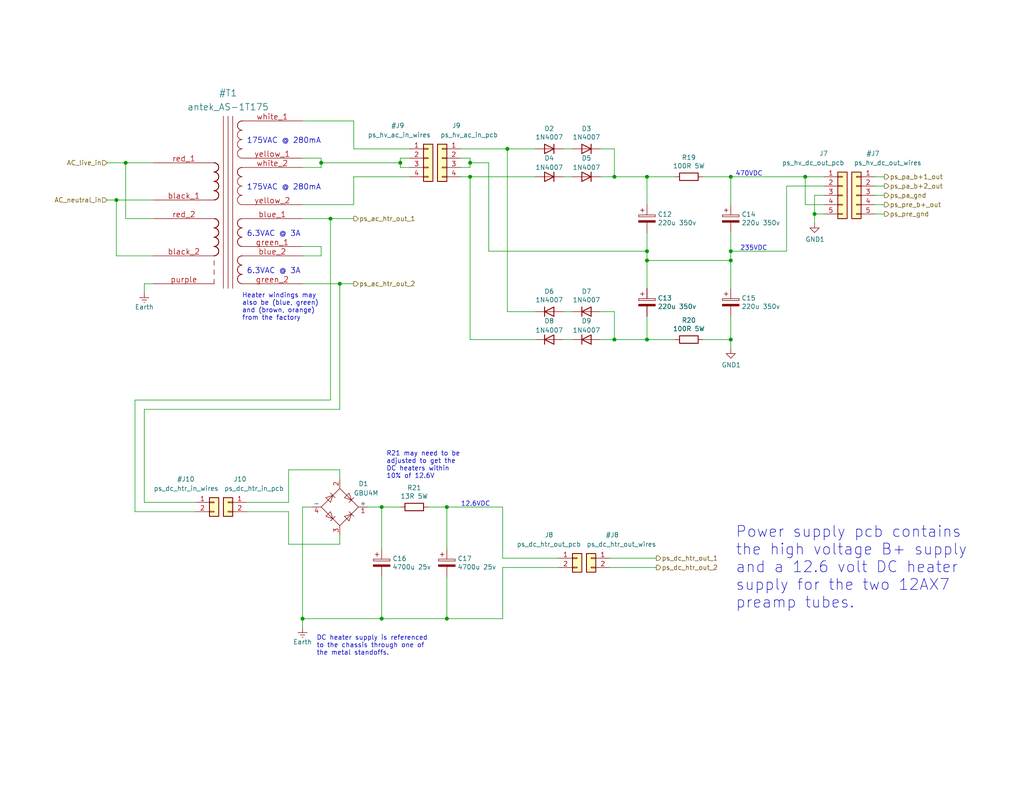
<source format=kicad_sch>
(kicad_sch (version 20211123) (generator eeschema)
  (paper "USLetter")
  (title_block (title "It is the Champion") (date "2022-07-16") (rev "0.1") (comment 1 "creativecommons.org/licenses/by/4.0/") (comment 2 "License: CC by 4.0") (comment 3 "Author: Jordan Aceto"))
  (lib_symbols
    (symbol "Connector_Generic:Conn_01x02" (pin_names (offset 1.016) hide)
      (property "Reference" "J" (at 0 2.54 0))
      (property "Value" "Conn_01x02" (at 0 -5.08 0))
      (symbol "Conn_01x02_1_1"
        (rectangle (start -1.27 -2.413) (end 0 -2.667) (stroke (width 0.1524)))
        (rectangle (start -1.27 0.127) (end 0 -0.127) (stroke (width 0.1524)))
        (rectangle (start -1.27 1.27) (end 1.27 -3.81) (stroke (width 0.254)) (fill (type background)))
        (pin passive line (at -5.08 0 0) (length 3.81) (name "Pin_1") (number "1"))
        (pin passive line (at -5.08 -2.54 0) (length 3.81) (name "Pin_2") (number "2"))
      )
    )
    (symbol "Connector_Generic:Conn_01x04" (pin_names (offset 1.016) hide)
      (property "Reference" "J" (at 0 5.08 0))
      (property "Value" "Conn_01x04" (at 0 -7.62 0))
      (symbol "Conn_01x04_1_1"
        (rectangle (start -1.27 -4.953) (end 0 -5.207) (stroke (width 0.1524)))
        (rectangle (start -1.27 -2.413) (end 0 -2.667) (stroke (width 0.1524)))
        (rectangle (start -1.27 0.127) (end 0 -0.127) (stroke (width 0.1524)))
        (rectangle (start -1.27 2.667) (end 0 2.413) (stroke (width 0.1524)))
        (rectangle (start -1.27 3.81) (end 1.27 -6.35) (stroke (width 0.254)) (fill (type background)))
        (pin passive line (at -5.08 2.54 0) (length 3.81) (name "Pin_1") (number "1"))
        (pin passive line (at -5.08 0 0) (length 3.81) (name "Pin_2") (number "2"))
        (pin passive line (at -5.08 -2.54 0) (length 3.81) (name "Pin_3") (number "3"))
        (pin passive line (at -5.08 -5.08 0) (length 3.81) (name "Pin_4") (number "4"))
      )
    )
    (symbol "Connector_Generic:Conn_01x05" (pin_names (offset 1.016) hide)
      (property "Reference" "J" (at 0 7.62 0))
      (property "Value" "Conn_01x05" (at 0 -7.62 0))
      (symbol "Conn_01x05_1_1"
        (rectangle (start -1.27 -4.953) (end 0 -5.207) (stroke (width 0.1524)))
        (rectangle (start -1.27 -2.413) (end 0 -2.667) (stroke (width 0.1524)))
        (rectangle (start -1.27 0.127) (end 0 -0.127) (stroke (width 0.1524)))
        (rectangle (start -1.27 2.667) (end 0 2.413) (stroke (width 0.1524)))
        (rectangle (start -1.27 5.207) (end 0 4.953) (stroke (width 0.1524)))
        (rectangle (start -1.27 6.35) (end 1.27 -6.35) (stroke (width 0.254)) (fill (type background)))
        (pin passive line (at -5.08 5.08 0) (length 3.81) (name "Pin_1") (number "1"))
        (pin passive line (at -5.08 2.54 0) (length 3.81) (name "Pin_2") (number "2"))
        (pin passive line (at -5.08 0 0) (length 3.81) (name "Pin_3") (number "3"))
        (pin passive line (at -5.08 -2.54 0) (length 3.81) (name "Pin_4") (number "4"))
        (pin passive line (at -5.08 -5.08 0) (length 3.81) (name "Pin_5") (number "5"))
      )
    )
    (symbol "Device:C_Polarized" (pin_numbers hide) (pin_names (offset 0.254))
      (property "Reference" "C" (at 0.635 2.54 0))
      (property "Value" "C_Polarized" (at 0.635 -2.54 0))
      (symbol "C_Polarized_0_1"
        (rectangle (start -2.286 0.508) (end 2.286 1.016))
        (polyline (pts (xy -1.778 2.286) (xy -0.762 2.286)))
        (polyline (pts (xy -1.27 2.794) (xy -1.27 1.778)))
        (rectangle (start 2.286 -0.508) (end -2.286 -1.016) (fill (type outline)))
      )
      (symbol "C_Polarized_1_1"
        (pin passive line (at 0 3.81 270) (length 2.794) (name "~") (number "1"))
        (pin passive line (at 0 -3.81 90) (length 2.794) (name "~") (number "2"))
      )
    )
    (symbol "Device:R" (pin_numbers hide) (pin_names (offset 0))
      (property "Reference" "R" (at 2.032 0 90))
      (property "Value" "R" (at 0 0 90))
      (symbol "R_0_1"
        (rectangle (start -1.016 -2.54) (end 1.016 2.54) (stroke (width 0.254)))
      )
      (symbol "R_1_1"
        (pin passive line (at 0 3.81 270) (length 1.27) (name "~") (number "1"))
        (pin passive line (at 0 -3.81 90) (length 1.27) (name "~") (number "2"))
      )
    )
    (symbol "Diode:1N4007" (pin_numbers hide) (pin_names (offset 1.016) hide)
      (property "Reference" "D" (at 0 2.54 0))
      (property "Value" "1N4007" (at 0 -2.54 0))
      (symbol "1N4007_0_1"
        (polyline (pts (xy -1.27 1.27) (xy -1.27 -1.27)) (stroke (width 0.254)))
        (polyline (pts (xy 1.27 0) (xy -1.27 0)))
        (polyline (pts (xy 1.27 1.27) (xy 1.27 -1.27) (xy -1.27 0) (xy 1.27 1.27)) (stroke (width 0.254)))
      )
      (symbol "1N4007_1_1"
        (pin passive line (at -3.81 0 0) (length 2.54) (name "K") (number "1"))
        (pin passive line (at 3.81 0 180) (length 2.54) (name "A") (number "2"))
      )
    )
    (symbol "Diode_Bridge:GBU4M" (pin_names (offset 0))
      (property "Reference" "D" (at 2.54 6.985 0))
      (property "Value" "GBU4M" (at 2.54 5.08 0))
      (symbol "GBU4M_0_1"
        (polyline (pts (xy -2.54 3.81) (xy -1.27 2.54)))
        (polyline (pts (xy -1.27 -2.54) (xy -2.54 -3.81)))
        (polyline (pts (xy 2.54 -1.27) (xy 3.81 -2.54)))
        (polyline (pts (xy 2.54 1.27) (xy 3.81 2.54)))
        (polyline (pts (xy -3.81 2.54) (xy -2.54 1.27) (xy -1.905 3.175) (xy -3.81 2.54)))
        (polyline (pts (xy -2.54 -1.27) (xy -3.81 -2.54) (xy -1.905 -3.175) (xy -2.54 -1.27)))
        (polyline (pts (xy 1.27 2.54) (xy 2.54 3.81) (xy 3.175 1.905) (xy 1.27 2.54)))
        (polyline (pts (xy 3.175 -1.905) (xy 1.27 -2.54) (xy 2.54 -3.81) (xy 3.175 -1.905)))
        (polyline (pts (xy -5.08 0) (xy 0 -5.08) (xy 5.08 0) (xy 0 5.08) (xy -5.08 0)))
      )
      (symbol "GBU4M_1_1"
        (pin passive line (at 7.62 0 180) (length 2.54) (name "+") (number "1"))
        (pin passive line (at 0 -7.62 90) (length 2.54) (name "~") (number "2"))
        (pin passive line (at 0 7.62 270) (length 2.54) (name "~") (number "3"))
        (pin passive line (at -7.62 0 0) (length 2.54) (name "-") (number "4"))
      )
    )
    (symbol "custom_symbols:antek_AS-1Txxx" (pin_names (offset 1.016) hide)
      (property "Reference" "T" (at 0 36.83 0))
      (property "Value" "antek_AS-1Txxx" (at 0 33.02 0))
      (symbol "antek_AS-1Txxx_0_1"
        (arc (start -3.81 6.3754) (mid -2.9261 6.7437) (end -2.54 7.62))
        (arc (start -3.81 6.3754) (mid -2.9261 6.7437) (end -2.54 7.62))
        (arc (start -3.81 6.3754) (mid -2.9261 6.7437) (end -2.54 7.62))
        (arc (start -3.81 6.3754) (mid -2.9261 6.7437) (end -2.54 7.62))
        (arc (start -3.81 6.3754) (mid -2.9261 6.7437) (end -2.54 7.62))
        (arc (start -3.81 6.3754) (mid -2.9261 6.7437) (end -2.54 7.62))
        (arc (start -3.81 6.3754) (mid -2.9261 6.7437) (end -2.54 7.62))
        (arc (start -3.81 6.3754) (mid -2.9261 6.7437) (end -2.54 7.62))
        (arc (start -3.81 8.9154) (mid -2.9261 9.2837) (end -2.54 10.16))
        (arc (start -3.81 8.9154) (mid -2.9261 9.2837) (end -2.54 10.16))
        (arc (start -3.81 8.9154) (mid -2.9261 9.2837) (end -2.54 10.16))
        (arc (start -3.81 8.9154) (mid -2.9261 9.2837) (end -2.54 10.16))
        (arc (start -3.81 8.9154) (mid -2.9261 9.2837) (end -2.54 10.16))
        (arc (start -3.81 8.9154) (mid -2.9261 9.2837) (end -2.54 10.16))
        (arc (start -3.81 8.9154) (mid -2.9261 9.2837) (end -2.54 10.16))
        (arc (start -3.81 8.9154) (mid -2.9261 9.2837) (end -2.54 10.16))
        (arc (start -3.81 11.4554) (mid -2.9261 11.8237) (end -2.54 12.7))
        (arc (start -3.81 11.4554) (mid -2.9261 11.8237) (end -2.54 12.7))
        (arc (start -3.81 11.4554) (mid -2.9261 11.8237) (end -2.54 12.7))
        (arc (start -3.81 11.4554) (mid -2.9261 11.8237) (end -2.54 12.7))
        (arc (start -3.81 11.4554) (mid -2.9261 11.8237) (end -2.54 12.7))
        (arc (start -3.81 11.4554) (mid -2.9261 11.8237) (end -2.54 12.7))
        (arc (start -3.81 11.4554) (mid -2.9261 11.8237) (end -2.54 12.7))
        (arc (start -3.81 11.4554) (mid -2.9261 11.8237) (end -2.54 12.7))
        (arc (start -3.81 13.9954) (mid -2.9261 14.3637) (end -2.54 15.24))
        (arc (start -3.81 13.9954) (mid -2.9261 14.3637) (end -2.54 15.24))
        (arc (start -3.81 13.9954) (mid -2.9261 14.3637) (end -2.54 15.24))
        (arc (start -3.81 13.9954) (mid -2.9261 14.3637) (end -2.54 15.24))
        (arc (start -3.81 13.9954) (mid -2.9261 14.3637) (end -2.54 15.24))
        (arc (start -3.81 13.9954) (mid -2.9261 14.3637) (end -2.54 15.24))
        (arc (start -3.81 13.9954) (mid -2.9261 14.3637) (end -2.54 15.24))
        (arc (start -3.81 13.9954) (mid -2.9261 14.3637) (end -2.54 15.24))
        (arc (start -2.54 7.62) (mid -2.912 8.518) (end -3.81 8.89))
        (arc (start -2.54 7.62) (mid -2.912 8.518) (end -3.81 8.89))
        (arc (start -2.54 7.62) (mid -2.912 8.518) (end -3.81 8.89))
        (arc (start -2.54 7.62) (mid -2.912 8.518) (end -3.81 8.89))
        (arc (start -2.54 7.62) (mid -2.912 8.518) (end -3.81 8.89))
        (arc (start -2.54 7.62) (mid -2.912 8.518) (end -3.81 8.89))
        (arc (start -2.54 7.62) (mid -2.912 8.518) (end -3.81 8.89))
        (arc (start -2.54 7.62) (mid -2.912 8.518) (end -3.81 8.89))
        (arc (start -2.54 10.16) (mid -2.912 11.058) (end -3.81 11.43))
        (arc (start -2.54 10.16) (mid -2.912 11.058) (end -3.81 11.43))
        (arc (start -2.54 10.16) (mid -2.912 11.058) (end -3.81 11.43))
        (arc (start -2.54 10.16) (mid -2.912 11.058) (end -3.81 11.43))
        (arc (start -2.54 10.16) (mid -2.912 11.058) (end -3.81 11.43))
        (arc (start -2.54 10.16) (mid -2.912 11.058) (end -3.81 11.43))
        (arc (start -2.54 10.16) (mid -2.912 11.058) (end -3.81 11.43))
        (arc (start -2.54 10.16) (mid -2.912 11.058) (end -3.81 11.43))
        (arc (start -2.54 12.7) (mid -2.912 13.598) (end -3.81 13.97))
        (arc (start -2.54 12.7) (mid -2.912 13.598) (end -3.81 13.97))
        (arc (start -2.54 12.7) (mid -2.912 13.598) (end -3.81 13.97))
        (arc (start -2.54 12.7) (mid -2.912 13.598) (end -3.81 13.97))
        (arc (start -2.54 12.7) (mid -2.912 13.598) (end -3.81 13.97))
        (arc (start -2.54 12.7) (mid -2.912 13.598) (end -3.81 13.97))
        (arc (start -2.54 12.7) (mid -2.912 13.598) (end -3.81 13.97))
        (arc (start -2.54 12.7) (mid -2.912 13.598) (end -3.81 13.97))
        (arc (start -2.54 15.24) (mid -2.912 16.138) (end -3.81 16.51))
        (arc (start -2.54 15.24) (mid -2.912 16.138) (end -3.81 16.51))
        (arc (start -2.54 15.24) (mid -2.912 16.138) (end -3.81 16.51))
        (arc (start -2.54 15.24) (mid -2.912 16.138) (end -3.81 16.51))
        (arc (start -2.54 15.24) (mid -2.912 16.138) (end -3.81 16.51))
        (arc (start -2.54 15.24) (mid -2.912 16.138) (end -3.81 16.51))
        (arc (start -2.54 15.24) (mid -2.912 16.138) (end -3.81 16.51))
        (arc (start -2.54 15.24) (mid -2.912 16.138) (end -3.81 16.51))
        (polyline (pts (xy -3.81 -16.51) (xy -3.81 -15.24)))
        (polyline (pts (xy -3.81 -13.97) (xy -3.81 -12.7)))
        (polyline (pts (xy -3.81 -11.43) (xy -3.81 -10.16)))
        (polyline (pts (xy 1.27 -17.78) (xy 1.27 29.21)))
        (arc (start 2.5654 -15.24) (mid 2.9299 -16.1201) (end 3.81 -16.4846))
        (arc (start 2.5654 -15.24) (mid 2.9299 -16.1201) (end 3.81 -16.4846))
        (arc (start 2.5654 -12.7) (mid 2.9299 -13.5801) (end 3.81 -13.9446))
        (arc (start 2.5654 -12.7) (mid 2.9299 -13.5801) (end 3.81 -13.9446))
        (arc (start 2.5654 -10.16) (mid 2.9299 -11.0401) (end 3.81 -11.4046))
        (arc (start 2.5654 -10.16) (mid 2.9299 -11.0401) (end 3.81 -11.4046))
        (arc (start 2.5654 13.97) (mid 2.9299 13.0899) (end 3.81 12.7254))
        (arc (start 2.5654 13.97) (mid 2.9299 13.0899) (end 3.81 12.7254))
        (arc (start 3.81 -13.97) (mid 2.9156 -14.3383) (end 2.5654 -15.24))
        (arc (start 3.81 -13.97) (mid 2.9156 -14.3383) (end 2.5654 -15.24))
        (arc (start 3.81 -11.43) (mid 2.9156 -11.7983) (end 2.5654 -12.7))
        (arc (start 3.81 -11.43) (mid 2.9156 -11.7983) (end 2.5654 -12.7))
        (arc (start 3.81 -8.89) (mid 2.9156 -9.2583) (end 2.5654 -10.16))
        (arc (start 3.81 -8.89) (mid 2.9156 -9.2583) (end 2.5654 -10.16))
        (arc (start 3.81 7.62) (mid 2.54 6.35) (end 3.81 5.08))
        (arc (start 3.81 10.16) (mid 2.54 8.89) (end 3.81 7.62))
        (arc (start 3.81 12.7) (mid 2.54 11.43) (end 3.81 10.16))
        (arc (start 3.81 15.24) (mid 2.9156 14.8717) (end 2.5654 13.97))
        (arc (start 3.81 15.24) (mid 2.9156 14.8717) (end 2.5654 13.97))
      )
      (symbol "antek_AS-1Txxx_1_1"
        (arc (start -3.81 -8.8646) (mid -2.9261 -8.4963) (end -2.54 -7.62))
        (arc (start -3.81 -8.8646) (mid -2.9261 -8.4963) (end -2.54 -7.62))
        (arc (start -3.81 -8.8646) (mid -2.9261 -8.4963) (end -2.54 -7.62))
        (arc (start -3.81 -8.8646) (mid -2.9261 -8.4963) (end -2.54 -7.62))
        (arc (start -3.81 -8.8646) (mid -2.9261 -8.4963) (end -2.54 -7.62))
        (arc (start -3.81 -8.8646) (mid -2.9261 -8.4963) (end -2.54 -7.62))
        (arc (start -3.81 -8.8646) (mid -2.9261 -8.4963) (end -2.54 -7.62))
        (arc (start -3.81 -8.8646) (mid -2.9261 -8.4963) (end -2.54 -7.62))
        (arc (start -3.81 -6.3246) (mid -2.9261 -5.9563) (end -2.54 -5.08))
        (arc (start -3.81 -6.3246) (mid -2.9261 -5.9563) (end -2.54 -5.08))
        (arc (start -3.81 -6.3246) (mid -2.9261 -5.9563) (end -2.54 -5.08))
        (arc (start -3.81 -6.3246) (mid -2.9261 -5.9563) (end -2.54 -5.08))
        (arc (start -3.81 -6.3246) (mid -2.9261 -5.9563) (end -2.54 -5.08))
        (arc (start -3.81 -6.3246) (mid -2.9261 -5.9563) (end -2.54 -5.08))
        (arc (start -3.81 -6.3246) (mid -2.9261 -5.9563) (end -2.54 -5.08))
        (arc (start -3.81 -6.3246) (mid -2.9261 -5.9563) (end -2.54 -5.08))
        (arc (start -3.81 -3.7846) (mid -2.9261 -3.4163) (end -2.54 -2.54))
        (arc (start -3.81 -3.7846) (mid -2.9261 -3.4163) (end -2.54 -2.54))
        (arc (start -3.81 -3.7846) (mid -2.9261 -3.4163) (end -2.54 -2.54))
        (arc (start -3.81 -3.7846) (mid -2.9261 -3.4163) (end -2.54 -2.54))
        (arc (start -3.81 -3.7846) (mid -2.9261 -3.4163) (end -2.54 -2.54))
        (arc (start -3.81 -3.7846) (mid -2.9261 -3.4163) (end -2.54 -2.54))
        (arc (start -3.81 -3.7846) (mid -2.9261 -3.4163) (end -2.54 -2.54))
        (arc (start -3.81 -3.7846) (mid -2.9261 -3.4163) (end -2.54 -2.54))
        (arc (start -3.81 -1.2446) (mid -2.9261 -0.8763) (end -2.54 0))
        (arc (start -3.81 -1.2446) (mid -2.9261 -0.8763) (end -2.54 0))
        (arc (start -3.81 -1.2446) (mid -2.9261 -0.8763) (end -2.54 0))
        (arc (start -3.81 -1.2446) (mid -2.9261 -0.8763) (end -2.54 0))
        (arc (start -3.81 -1.2446) (mid -2.9261 -0.8763) (end -2.54 0))
        (arc (start -3.81 -1.2446) (mid -2.9261 -0.8763) (end -2.54 0))
        (arc (start -3.81 -1.2446) (mid -2.9261 -0.8763) (end -2.54 0))
        (arc (start -3.81 -1.2446) (mid -2.9261 -0.8763) (end -2.54 0))
        (arc (start -2.54 -7.62) (mid -2.912 -6.722) (end -3.81 -6.35))
        (arc (start -2.54 -7.62) (mid -2.912 -6.722) (end -3.81 -6.35))
        (arc (start -2.54 -7.62) (mid -2.912 -6.722) (end -3.81 -6.35))
        (arc (start -2.54 -7.62) (mid -2.912 -6.722) (end -3.81 -6.35))
        (arc (start -2.54 -7.62) (mid -2.912 -6.722) (end -3.81 -6.35))
        (arc (start -2.54 -7.62) (mid -2.912 -6.722) (end -3.81 -6.35))
        (arc (start -2.54 -7.62) (mid -2.912 -6.722) (end -3.81 -6.35))
        (arc (start -2.54 -7.62) (mid -2.912 -6.722) (end -3.81 -6.35))
        (arc (start -2.54 -5.08) (mid -2.912 -4.182) (end -3.81 -3.81))
        (arc (start -2.54 -5.08) (mid -2.912 -4.182) (end -3.81 -3.81))
        (arc (start -2.54 -5.08) (mid -2.912 -4.182) (end -3.81 -3.81))
        (arc (start -2.54 -5.08) (mid -2.912 -4.182) (end -3.81 -3.81))
        (arc (start -2.54 -5.08) (mid -2.912 -4.182) (end -3.81 -3.81))
        (arc (start -2.54 -5.08) (mid -2.912 -4.182) (end -3.81 -3.81))
        (arc (start -2.54 -5.08) (mid -2.912 -4.182) (end -3.81 -3.81))
        (arc (start -2.54 -5.08) (mid -2.912 -4.182) (end -3.81 -3.81))
        (arc (start -2.54 -2.54) (mid -2.912 -1.642) (end -3.81 -1.27))
        (arc (start -2.54 -2.54) (mid -2.912 -1.642) (end -3.81 -1.27))
        (arc (start -2.54 -2.54) (mid -2.912 -1.642) (end -3.81 -1.27))
        (arc (start -2.54 -2.54) (mid -2.912 -1.642) (end -3.81 -1.27))
        (arc (start -2.54 -2.54) (mid -2.912 -1.642) (end -3.81 -1.27))
        (arc (start -2.54 -2.54) (mid -2.912 -1.642) (end -3.81 -1.27))
        (arc (start -2.54 -2.54) (mid -2.912 -1.642) (end -3.81 -1.27))
        (arc (start -2.54 -2.54) (mid -2.912 -1.642) (end -3.81 -1.27))
        (arc (start -2.54 0) (mid -2.912 0.898) (end -3.81 1.27))
        (arc (start -2.54 0) (mid -2.912 0.898) (end -3.81 1.27))
        (arc (start -2.54 0) (mid -2.912 0.898) (end -3.81 1.27))
        (arc (start -2.54 0) (mid -2.912 0.898) (end -3.81 1.27))
        (arc (start -2.54 0) (mid -2.912 0.898) (end -3.81 1.27))
        (arc (start -2.54 0) (mid -2.912 0.898) (end -3.81 1.27))
        (arc (start -2.54 0) (mid -2.912 0.898) (end -3.81 1.27))
        (arc (start -2.54 0) (mid -2.912 0.898) (end -3.81 1.27))
        (polyline (pts (xy -1.27 -17.78) (xy -1.27 29.21)))
        (polyline (pts (xy 0 -17.78) (xy 0 29.21)))
        (arc (start 2.5654 -5.08) (mid 2.9299 -5.9601) (end 3.81 -6.3246))
        (arc (start 2.5654 -5.08) (mid 2.9299 -5.9601) (end 3.81 -6.3246))
        (arc (start 2.5654 -2.54) (mid 2.9299 -3.4201) (end 3.81 -3.7846))
        (arc (start 2.5654 -2.54) (mid 2.9299 -3.4201) (end 3.81 -3.7846))
        (arc (start 2.5654 0) (mid 2.9299 -0.8801) (end 3.81 -1.2446))
        (arc (start 2.5654 0) (mid 2.9299 -0.8801) (end 3.81 -1.2446))
        (arc (start 2.5654 26.67) (mid 2.9299 25.7899) (end 3.81 25.4254))
        (arc (start 2.5654 26.67) (mid 2.9299 25.7899) (end 3.81 25.4254))
        (arc (start 3.81 -3.81) (mid 2.9156 -4.1783) (end 2.5654 -5.08))
        (arc (start 3.81 -3.81) (mid 2.9156 -4.1783) (end 2.5654 -5.08))
        (arc (start 3.81 -1.27) (mid 2.9156 -1.6383) (end 2.5654 -2.54))
        (arc (start 3.81 -1.27) (mid 2.9156 -1.6383) (end 2.5654 -2.54))
        (arc (start 3.81 1.27) (mid 2.9156 0.9017) (end 2.5654 0))
        (arc (start 3.81 1.27) (mid 2.9156 0.9017) (end 2.5654 0))
        (arc (start 3.81 20.32) (mid 2.54 19.05) (end 3.81 17.78))
        (arc (start 3.81 22.86) (mid 2.54 21.59) (end 3.81 20.32))
        (arc (start 3.81 25.4) (mid 2.54 24.13) (end 3.81 22.86))
        (arc (start 3.81 27.94) (mid 2.9156 27.5717) (end 2.5654 26.67))
        (arc (start 3.81 27.94) (mid 2.9156 27.5717) (end 2.5654 26.67))
        (pin passive line (at -20.32 6.35 0) (length 16.51) (name "~") (number "black_1"))
        (pin passive line (at -20.32 -8.89 0) (length 16.51) (name "~") (number "black_2"))
        (pin passive line (at 20.32 1.27 180) (length 16.51) (name "~") (number "blue_1"))
        (pin passive line (at 20.32 -8.89 180) (length 16.51) (name "~") (number "blue_2"))
        (pin passive line (at 20.32 -6.35 180) (length 16.51) (name "~") (number "green_1"))
        (pin passive line (at 20.32 -16.51 180) (length 16.51) (name "~") (number "green_2"))
        (pin passive line (at -20.32 -16.51 0) (length 16.51) (name "~") (number "purple"))
        (pin passive line (at -20.32 16.51 0) (length 16.51) (name "~") (number "red_1"))
        (pin passive line (at -20.32 1.27 0) (length 16.51) (name "~") (number "red_2"))
        (pin passive line (at 20.32 27.94 180) (length 16.51) (name "~") (number "white_1"))
        (pin passive line (at 20.32 15.24 180) (length 16.51) (name "~") (number "white_2"))
        (pin passive line (at 20.32 17.78 180) (length 16.51) (name "~") (number "yellow_1"))
        (pin passive line (at 20.32 5.08 180) (length 16.51) (name "~") (number "yellow_2"))
      )
    )
    (symbol "power:Earth" (power) (pin_names (offset 0))
      (symbol "Earth_0_1"
        (polyline (pts (xy -0.635 -1.905) (xy 0.635 -1.905)))
        (polyline (pts (xy -0.127 -2.54) (xy 0.127 -2.54)))
        (polyline (pts (xy 0 -1.27) (xy 0 0)))
        (polyline (pts (xy 1.27 -1.27) (xy -1.27 -1.27)))
      )
      (symbol "Earth_1_1"
        (pin power_in line (at 0 0 270) (length 0) hide (name "Earth") (number "1"))
      )
    )
    (symbol "power:GND1" (power) (pin_names (offset 0))
      (property "Value" "GND1" (at 0 -3.81 0))
      (symbol "GND1_0_1"
        (polyline (pts (xy 0 0) (xy 0 -1.27) (xy 1.27 -1.27) (xy 0 -2.54) (xy -1.27 -1.27) (xy 0 -1.27)))
      )
      (symbol "GND1_1_1"
        (pin power_in line (at 0 0 270) (length 0) hide (name "GND1") (number "1"))
      )
    )
  )
  (junction (at 128.27 44.45))
  (junction (at 167.64 92.71))
  (junction (at 138.43 40.64))
  (junction (at 199.39 71.12))
  (junction (at 176.53 71.12))
  (junction (at 31.75 54.61))
  (junction (at 121.92 168.91))
  (junction (at 176.53 68.58))
  (junction (at 128.27 48.26))
  (junction (at 199.39 48.26))
  (junction (at 82.55 168.91))
  (junction (at 222.25 58.42))
  (junction (at 104.14 168.91))
  (junction (at 87.63 44.45))
  (junction (at 109.22 44.45))
  (junction (at 176.53 48.26))
  (junction (at 199.39 68.58))
  (junction (at 176.53 92.71))
  (junction (at 199.39 92.71))
  (junction (at 219.71 48.26))
  (junction (at 167.64 48.26))
  (junction (at 90.17 59.69))
  (junction (at 92.71 77.47))
  (junction (at 34.29 44.45))
  (junction (at 104.14 138.43))
  (junction (at 121.92 138.43))
  (wire (pts (xy 128.27 45.72) (xy 125.73 45.72)))
  (wire (pts (xy 41.91 69.85) (xy 31.75 69.85)))
  (wire (pts (xy 109.22 43.18) (xy 109.22 44.45)))
  (wire (pts (xy 214.63 50.8) (xy 214.63 68.58)))
  (wire (pts (xy 121.92 138.43) (xy 116.84 138.43)))
  (wire (pts (xy 176.53 92.71) (xy 167.64 92.71)))
  (wire (pts (xy 104.14 168.91) (xy 104.14 157.48)))
  (wire (pts (xy 138.43 40.64) (xy 138.43 85.09)))
  (wire (pts (xy 241.3 48.26) (xy 238.76 48.26)))
  (wire (pts (xy 199.39 55.88) (xy 199.39 48.26)))
  (wire (pts (xy 82.55 168.91) (xy 82.55 171.45)))
  (wire (pts (xy 104.14 149.86) (xy 104.14 138.43)))
  (wire (pts (xy 176.53 55.88) (xy 176.53 48.26)))
  (wire (pts (xy 222.25 58.42) (xy 222.25 60.96)))
  (wire (pts (xy 191.77 92.71) (xy 199.39 92.71)))
  (wire (pts (xy 121.92 168.91) (xy 137.16 168.91)))
  (wire (pts (xy 238.76 55.88) (xy 241.3 55.88)))
  (wire (pts (xy 128.27 43.18) (xy 125.73 43.18)))
  (wire (pts (xy 199.39 71.12) (xy 199.39 68.58)))
  (wire (pts (xy 167.64 85.09) (xy 163.83 85.09)))
  (wire (pts (xy 219.71 48.26) (xy 219.71 55.88)))
  (wire (pts (xy 92.71 146.05) (xy 92.71 148.59)))
  (wire (pts (xy 176.53 71.12) (xy 176.53 78.74)))
  (wire (pts (xy 133.35 68.58) (xy 133.35 44.45)))
  (wire (pts (xy 82.55 67.31) (xy 87.63 67.31)))
  (wire (pts (xy 87.63 43.18) (xy 82.55 43.18)))
  (wire (pts (xy 241.3 53.34) (xy 238.76 53.34)))
  (wire (pts (xy 96.52 48.26) (xy 111.76 48.26)))
  (wire (pts (xy 109.22 44.45) (xy 87.63 44.45)))
  (wire (pts (xy 222.25 58.42) (xy 224.79 58.42)))
  (wire (pts (xy 137.16 138.43) (xy 121.92 138.43)))
  (wire (pts (xy 82.55 168.91) (xy 104.14 168.91)))
  (wire (pts (xy 109.22 44.45) (xy 109.22 45.72)))
  (wire (pts (xy 191.77 48.26) (xy 199.39 48.26)))
  (wire (pts (xy 92.71 148.59) (xy 78.74 148.59)))
  (wire (pts (xy 176.53 71.12) (xy 199.39 71.12)))
  (wire (pts (xy 219.71 48.26) (xy 224.79 48.26)))
  (wire (pts (xy 31.75 69.85) (xy 31.75 54.61)))
  (wire (pts (xy 133.35 44.45) (xy 128.27 44.45)))
  (wire (pts (xy 153.67 85.09) (xy 156.21 85.09)))
  (wire (pts (xy 78.74 139.7) (xy 67.31 139.7)))
  (wire (pts (xy 121.92 149.86) (xy 121.92 138.43)))
  (wire (pts (xy 78.74 148.59) (xy 78.74 139.7)))
  (wire (pts (xy 53.34 137.16) (xy 39.37 137.16)))
  (wire (pts (xy 214.63 68.58) (xy 199.39 68.58)))
  (wire (pts (xy 96.52 33.02) (xy 82.55 33.02)))
  (wire (pts (xy 92.71 111.76) (xy 92.71 77.47)))
  (wire (pts (xy 104.14 138.43) (xy 100.33 138.43)))
  (wire (pts (xy 39.37 111.76) (xy 92.71 111.76)))
  (wire (pts (xy 176.53 92.71) (xy 184.15 92.71)))
  (wire (pts (xy 156.21 48.26) (xy 153.67 48.26)))
  (wire (pts (xy 163.83 48.26) (xy 167.64 48.26)))
  (wire (pts (xy 82.55 55.88) (xy 96.52 55.88)))
  (wire (pts (xy 128.27 43.18) (xy 128.27 44.45)))
  (wire (pts (xy 128.27 48.26) (xy 128.27 92.71)))
  (wire (pts (xy 199.39 68.58) (xy 199.39 63.5)))
  (wire (pts (xy 176.53 48.26) (xy 167.64 48.26)))
  (wire (pts (xy 137.16 152.4) (xy 137.16 138.43)))
  (wire (pts (xy 90.17 59.69) (xy 96.52 59.69)))
  (wire (pts (xy 128.27 48.26) (xy 125.73 48.26)))
  (wire (pts (xy 153.67 40.64) (xy 156.21 40.64)))
  (wire (pts (xy 199.39 78.74) (xy 199.39 71.12)))
  (wire (pts (xy 176.53 71.12) (xy 176.53 68.58)))
  (wire (pts (xy 104.14 168.91) (xy 121.92 168.91)))
  (wire (pts (xy 87.63 69.85) (xy 82.55 69.85)))
  (wire (pts (xy 87.63 44.45) (xy 87.63 43.18)))
  (wire (pts (xy 121.92 157.48) (xy 121.92 168.91)))
  (wire (pts (xy 85.09 138.43) (xy 82.55 138.43)))
  (wire (pts (xy 39.37 80.01) (xy 39.37 77.47)))
  (wire (pts (xy 36.83 109.22) (xy 36.83 139.7)))
  (wire (pts (xy 109.22 45.72) (xy 111.76 45.72)))
  (wire (pts (xy 82.55 77.47) (xy 92.71 77.47)))
  (wire (pts (xy 199.39 92.71) (xy 199.39 95.25)))
  (wire (pts (xy 167.64 92.71) (xy 167.64 85.09)))
  (wire (pts (xy 137.16 154.94) (xy 137.16 168.91)))
  (wire (pts (xy 90.17 109.22) (xy 36.83 109.22)))
  (wire (pts (xy 167.64 48.26) (xy 167.64 40.64)))
  (wire (pts (xy 34.29 44.45) (xy 41.91 44.45)))
  (wire (pts (xy 92.71 77.47) (xy 96.52 77.47)))
  (wire (pts (xy 96.52 55.88) (xy 96.52 48.26)))
  (wire (pts (xy 82.55 45.72) (xy 87.63 45.72)))
  (wire (pts (xy 152.4 154.94) (xy 137.16 154.94)))
  (wire (pts (xy 156.21 92.71) (xy 153.67 92.71)))
  (wire (pts (xy 241.3 58.42) (xy 238.76 58.42)))
  (wire (pts (xy 199.39 48.26) (xy 219.71 48.26)))
  (wire (pts (xy 39.37 137.16) (xy 39.37 111.76)))
  (wire (pts (xy 41.91 59.69) (xy 34.29 59.69)))
  (wire (pts (xy 176.53 68.58) (xy 133.35 68.58)))
  (wire (pts (xy 222.25 58.42) (xy 222.25 53.34)))
  (wire (pts (xy 82.55 138.43) (xy 82.55 168.91)))
  (wire (pts (xy 109.22 43.18) (xy 111.76 43.18)))
  (wire (pts (xy 128.27 48.26) (xy 146.05 48.26)))
  (wire (pts (xy 78.74 137.16) (xy 78.74 128.27)))
  (wire (pts (xy 67.31 137.16) (xy 78.74 137.16)))
  (wire (pts (xy 163.83 92.71) (xy 167.64 92.71)))
  (wire (pts (xy 125.73 40.64) (xy 138.43 40.64)))
  (wire (pts (xy 53.34 139.7) (xy 36.83 139.7)))
  (wire (pts (xy 29.21 44.45) (xy 34.29 44.45)))
  (wire (pts (xy 90.17 59.69) (xy 90.17 109.22)))
  (wire (pts (xy 128.27 44.45) (xy 128.27 45.72)))
  (wire (pts (xy 199.39 86.36) (xy 199.39 92.71)))
  (wire (pts (xy 224.79 50.8) (xy 214.63 50.8)))
  (wire (pts (xy 167.64 40.64) (xy 163.83 40.64)))
  (wire (pts (xy 96.52 40.64) (xy 96.52 33.02)))
  (wire (pts (xy 87.63 45.72) (xy 87.63 44.45)))
  (wire (pts (xy 78.74 128.27) (xy 92.71 128.27)))
  (wire (pts (xy 92.71 130.81) (xy 92.71 128.27)))
  (wire (pts (xy 176.53 68.58) (xy 176.53 63.5)))
  (wire (pts (xy 87.63 67.31) (xy 87.63 69.85)))
  (wire (pts (xy 39.37 77.47) (xy 41.91 77.47)))
  (wire (pts (xy 104.14 138.43) (xy 109.22 138.43)))
  (wire (pts (xy 222.25 53.34) (xy 224.79 53.34)))
  (wire (pts (xy 138.43 85.09) (xy 146.05 85.09)))
  (wire (pts (xy 31.75 54.61) (xy 41.91 54.61)))
  (wire (pts (xy 111.76 40.64) (xy 96.52 40.64)))
  (wire (pts (xy 82.55 59.69) (xy 90.17 59.69)))
  (wire (pts (xy 176.53 48.26) (xy 184.15 48.26)))
  (wire (pts (xy 152.4 152.4) (xy 137.16 152.4)))
  (wire (pts (xy 128.27 92.71) (xy 146.05 92.71)))
  (wire (pts (xy 34.29 59.69) (xy 34.29 44.45)))
  (wire (pts (xy 179.07 154.94) (xy 166.37 154.94)))
  (wire (pts (xy 29.21 54.61) (xy 31.75 54.61)))
  (wire (pts (xy 176.53 92.71) (xy 176.53 86.36)))
  (wire (pts (xy 219.71 55.88) (xy 224.79 55.88)))
  (wire (pts (xy 166.37 152.4) (xy 179.07 152.4)))
  (wire (pts (xy 238.76 50.8) (xy 241.3 50.8)))
  (wire (pts (xy 138.43 40.64) (xy 146.05 40.64)))
  (text "175VAC @ 280mA" (at 67.31 52.07 0) (effects (font (size 1.4986 1.4986)) (justify left bottom)))
  (text "470VDC" (at 200.66 48.26 0) (effects (font (size 1.27 1.27)) (justify left bottom)))
  (text "12.6VDC" (at 125.73 138.43 0) (effects (font (size 1.27 1.27)) (justify left bottom)))
  (text "DC heater supply is referenced\nto the chassis through one of\nthe metal standoffs." (at 86.36 179.07 0) (effects (font (size 1.27 1.27)) (justify left bottom)))
  (text "6.3VAC @ 3A" (at 67.31 74.93 0) (effects (font (size 1.4986 1.4986)) (justify left bottom)))
  (text "R21 may need to be\nadjusted to get the\nDC heaters within\n10% of 12.6V" (at 105.41 130.81 0) (effects (font (size 1.27 1.27)) (justify left bottom)))
  (text "6.3VAC @ 3A" (at 67.31 64.77 0) (effects (font (size 1.4986 1.4986)) (justify left bottom)))
  (text "Power supply pcb contains\nthe high voltage B+ supply\nand a 12.6 volt DC heater \nsupply for the two 12AX7\npreamp tubes." (at 200.66 166.37 0) (effects (font (size 2.9972 2.9972)) (justify left bottom)))
  (text "Heater windings may\nalso be (blue, green)\nand (brown, orange)\nfrom the factory" (at 66.04 87.63 0) (effects (font (size 1.27 1.27)) (justify left bottom)))
  (text "175VAC @ 280mA" (at 67.31 39.37 0) (effects (font (size 1.4986 1.4986)) (justify left bottom)))
  (text "235VDC" (at 201.93 68.58 0) (effects (font (size 1.27 1.27)) (justify left bottom)))
  (hierarchical_label "ps_dc_htr_out_2" (shape output) (at 179.07 154.94 0))
  (hierarchical_label "ps_ac_htr_out_1" (shape output) (at 96.52 59.69 0))
  (hierarchical_label "AC_neutral_in" (shape input) (at 29.21 54.61 180))
  (hierarchical_label "ps_pre_gnd" (shape output) (at 241.3 58.42 0))
  (hierarchical_label "ps_pre_b+_out" (shape output) (at 241.3 55.88 0))
  (hierarchical_label "ps_pa_b+1_out" (shape output) (at 241.3 48.26 0))
  (hierarchical_label "AC_live_in" (shape input) (at 29.21 44.45 180))
  (hierarchical_label "ps_pa_gnd" (shape output) (at 241.3 53.34 0))
  (hierarchical_label "ps_pa_b+2_out" (shape output) (at 241.3 50.8 0))
  (hierarchical_label "ps_ac_htr_out_2" (shape output) (at 96.52 77.47 0))
  (hierarchical_label "ps_dc_htr_out_1" (shape output) (at 179.07 152.4 0))
  (symbol (lib_id "Device:C_Polarized") (at 199.39 82.55 0) (unit 1)
    (property "Reference" "C15" (at 202.311 81.3816 0) (effects (justify left)))
    (property "Value" "220u 350v" (at 202.311 83.693 0) (effects (justify left)))
    (property "Footprint" "Capacitor_THT:CP_Radial_D18.0mm_P7.50mm" (effects hide))
  )
  (symbol (lib_id "Device:R") (at 187.96 48.26 270) (unit 1)
    (property "Reference" "R19" (at 187.96 43.0022 90))
    (property "Value" "100R 5W" (at 187.96 45.3136 90))
    (property "Footprint" "Resistor_THT:R_Axial_DIN0617_L17.0mm_D6.0mm_P30.48mm_Horizontal" (effects hide))
  )
  (symbol (lib_id "Device:C_Polarized") (at 104.14 153.67 0) (unit 1)
    (property "Reference" "C16" (at 107.061 152.5016 0) (effects (justify left)))
    (property "Value" "4700u 25v" (at 107.061 154.813 0) (effects (justify left)))
    (property "Footprint" "Capacitor_THT:CP_Radial_D16.0mm_P7.50mm" (effects hide))
  )
  (symbol (lib_id "Device:C_Polarized") (at 121.92 153.67 0) (unit 1)
    (property "Reference" "C17" (at 124.841 152.5016 0) (effects (justify left)))
    (property "Value" "4700u 25v" (at 124.841 154.813 0) (effects (justify left)))
    (property "Footprint" "Capacitor_THT:CP_Radial_D16.0mm_P7.50mm" (effects hide))
  )
  (symbol (lib_id "Diode_Bridge:GBU4M") (at 92.71 138.43 0) (mirror x) (unit 1)
    (property "Reference" "D1" (at 97.79 132.08 0) (effects (justify left)))
    (property "Value" "GBU4M" (at 96.52 134.62 0) (effects (justify left)))
    (property "Footprint" "Diode_THT:Diode_Bridge_Vishay_GBU" (effects hide))
    (property "Datasheet" "http://www.vishay.com/docs/88656/gbu4a.pdf" (effects hide))
  )
  (symbol (lib_id "Device:R") (at 113.03 138.43 270) (unit 1)
    (property "Reference" "R21" (at 113.03 133.1722 90))
    (property "Value" "13R 5W" (at 113.03 135.4836 90))
    (property "Footprint" "Resistor_THT:R_Axial_DIN0617_L17.0mm_D6.0mm_P30.48mm_Horizontal" (effects hide))
  )
  (symbol (lib_id "Connector_Generic:Conn_01x02") (at 58.42 137.16 0) (unit 1)
    (property "Reference" "#J10" (at 48.26 130.81 0) (effects (justify left)))
    (property "Value" "ps_dc_htr_in_wires" (at 41.91 133.35 0) (effects (justify left)))
  )
  (symbol (lib_id "Connector_Generic:Conn_01x02") (at 62.23 137.16 0) (mirror y) (unit 1) (in_bom no)
    (property "Reference" "J10" (at 67.31 130.81 0) (effects (justify left)))
    (property "Value" "ps_dc_htr_in_pcb" (at 77.47 133.35 0) (effects (justify left)))
    (property "Footprint" "Connector_Wire:SolderWire-0.75sqmm_1x02_P4.8mm_D1.25mm_OD2.3mm_Relief" (effects hide))
  )
  (symbol (lib_id "power:Earth") (at 39.37 80.01 0) (unit 1)
    (property "Reference" "#PWR01" (effects hide))
    (property "Value" "Earth" (at 39.37 83.82 0))
  )
  (symbol (lib_id "Device:C_Polarized") (at 176.53 59.69 0) (unit 1)
    (property "Reference" "C12" (at 179.451 58.5216 0) (effects (justify left)))
    (property "Value" "220u 350v" (at 179.451 60.833 0) (effects (justify left)))
    (property "Footprint" "Capacitor_THT:CP_Radial_D18.0mm_P7.50mm" (effects hide))
  )
  (symbol (lib_id "Device:C_Polarized") (at 176.53 82.55 0) (unit 1)
    (property "Reference" "C13" (at 179.451 81.3816 0) (effects (justify left)))
    (property "Value" "220u 350v" (at 179.451 83.693 0) (effects (justify left)))
    (property "Footprint" "Capacitor_THT:CP_Radial_D18.0mm_P7.50mm" (effects hide))
  )
  (symbol (lib_id "Device:C_Polarized") (at 199.39 59.69 0) (unit 1)
    (property "Reference" "C14" (at 202.311 58.5216 0) (effects (justify left)))
    (property "Value" "220u 350v" (at 202.311 60.833 0) (effects (justify left)))
    (property "Footprint" "Capacitor_THT:CP_Radial_D18.0mm_P7.50mm" (effects hide))
  )
  (symbol (lib_id "Device:R") (at 187.96 92.71 270) (unit 1)
    (property "Reference" "R20" (at 187.96 87.4522 90))
    (property "Value" "100R 5W" (at 187.96 89.7636 90))
    (property "Footprint" "Resistor_THT:R_Axial_DIN0617_L17.0mm_D6.0mm_P30.48mm_Horizontal" (effects hide))
  )
  (symbol (lib_id "power:Earth") (at 82.55 171.45 0) (unit 1)
    (property "Reference" "#PWR0102" (effects hide))
    (property "Value" "Earth" (at 82.55 175.26 0))
  )
  (symbol (lib_id "Connector_Generic:Conn_01x04") (at 116.84 43.18 0) (unit 1)
    (property "Reference" "#J9" (at 106.68 34.29 0) (effects (justify left)))
    (property "Value" "ps_hv_ac_in_wires" (at 100.33 36.83 0) (effects (justify left)))
  )
  (symbol (lib_id "Connector_Generic:Conn_01x04") (at 120.65 43.18 0) (mirror y) (unit 1) (in_bom no)
    (property "Reference" "J9" (at 125.73 34.29 0) (effects (justify left)))
    (property "Value" "ps_hv_ac_in_pcb" (at 135.89 36.83 0) (effects (justify left)))
    (property "Footprint" "Connector_Wire:SolderWire-0.75sqmm_1x04_P4.8mm_D1.25mm_OD2.3mm_Relief" (effects hide))
  )
  (symbol (lib_id "Diode:1N4007") (at 149.86 40.64 180) (unit 1)
    (property "Reference" "D2" (at 149.86 35.1282 0))
    (property "Value" "1N4007" (at 149.86 37.4396 0))
    (property "Footprint" "Diode_THT:D_DO-41_SOD81_P10.16mm_Horizontal" (effects hide))
    (property "Datasheet" "http://www.vishay.com/docs/88503/1n4001.pdf" (effects hide))
  )
  (symbol (lib_id "Diode:1N4007") (at 149.86 48.26 180) (unit 1)
    (property "Reference" "D4" (at 149.86 43.18 0))
    (property "Value" "1N4007" (at 149.86 45.72 0))
    (property "Footprint" "Diode_THT:D_DO-41_SOD81_P10.16mm_Horizontal" (effects hide))
    (property "Datasheet" "http://www.vishay.com/docs/88503/1n4001.pdf" (effects hide))
  )
  (symbol (lib_id "Diode:1N4007") (at 149.86 85.09 0) (mirror x) (unit 1)
    (property "Reference" "D6" (at 149.86 79.5782 0))
    (property "Value" "1N4007" (at 149.86 81.8896 0))
    (property "Footprint" "Diode_THT:D_DO-41_SOD81_P10.16mm_Horizontal" (effects hide))
    (property "Datasheet" "http://www.vishay.com/docs/88503/1n4001.pdf" (effects hide))
  )
  (symbol (lib_id "Diode:1N4007") (at 149.86 92.71 0) (mirror x) (unit 1)
    (property "Reference" "D8" (at 149.86 87.63 0))
    (property "Value" "1N4007" (at 149.86 90.17 0))
    (property "Footprint" "Diode_THT:D_DO-41_SOD81_P10.16mm_Horizontal" (effects hide))
    (property "Datasheet" "http://www.vishay.com/docs/88503/1n4001.pdf" (effects hide))
  )
  (symbol (lib_id "Connector_Generic:Conn_01x02") (at 157.48 152.4 0) (unit 1) (in_bom no)
    (property "Reference" "J8" (at 148.59 146.05 0) (effects (justify left)))
    (property "Value" "ps_dc_htr_out_pcb" (at 140.97 148.59 0) (effects (justify left)))
    (property "Footprint" "Connector_Wire:SolderWire-0.75sqmm_1x02_P4.8mm_D1.25mm_OD2.3mm_Relief" (effects hide))
  )
  (symbol (lib_id "Connector_Generic:Conn_01x02") (at 161.29 152.4 0) (mirror y) (unit 1)
    (property "Reference" "#J8" (at 168.91 146.05 0) (effects (justify left)))
    (property "Value" "ps_dc_htr_out_wires" (at 179.07 148.59 0) (effects (justify left)))
  )
  (symbol (lib_id "Diode:1N4007") (at 160.02 40.64 180) (unit 1)
    (property "Reference" "D3" (at 160.02 35.1282 0))
    (property "Value" "1N4007" (at 160.02 37.4396 0))
    (property "Footprint" "Diode_THT:D_DO-41_SOD81_P10.16mm_Horizontal" (effects hide))
    (property "Datasheet" "http://www.vishay.com/docs/88503/1n4001.pdf" (effects hide))
  )
  (symbol (lib_id "Diode:1N4007") (at 160.02 48.26 180) (unit 1)
    (property "Reference" "D5" (at 160.02 43.18 0))
    (property "Value" "1N4007" (at 160.02 45.72 0))
    (property "Footprint" "Diode_THT:D_DO-41_SOD81_P10.16mm_Horizontal" (effects hide))
    (property "Datasheet" "http://www.vishay.com/docs/88503/1n4001.pdf" (effects hide))
  )
  (symbol (lib_id "Diode:1N4007") (at 160.02 85.09 0) (mirror x) (unit 1)
    (property "Reference" "D7" (at 160.02 79.5782 0))
    (property "Value" "1N4007" (at 160.02 81.8896 0))
    (property "Footprint" "Diode_THT:D_DO-41_SOD81_P10.16mm_Horizontal" (effects hide))
    (property "Datasheet" "http://www.vishay.com/docs/88503/1n4001.pdf" (effects hide))
  )
  (symbol (lib_id "Diode:1N4007") (at 160.02 92.71 0) (mirror x) (unit 1)
    (property "Reference" "D9" (at 160.02 87.63 0))
    (property "Value" "1N4007" (at 160.02 90.17 0))
    (property "Footprint" "Diode_THT:D_DO-41_SOD81_P10.16mm_Horizontal" (effects hide))
    (property "Datasheet" "http://www.vishay.com/docs/88503/1n4001.pdf" (effects hide))
  )
  (symbol (lib_id "power:GND1") (at 199.39 95.25 0) (unit 1)
    (property "Reference" "#PWR0111" (effects hide))
    (property "Value" "GND1" (at 199.517 99.6442 0))
  )
  (symbol (lib_id "power:GND1") (at 222.25 60.96 0) (unit 1)
    (property "Reference" "#PWR0112" (effects hide))
    (property "Value" "GND1" (at 222.377 65.3542 0))
  )
  (symbol (lib_id "Connector_Generic:Conn_01x05") (at 229.87 53.34 0) (unit 1) (in_bom no)
    (property "Reference" "J7" (at 223.52 41.91 0) (effects (justify left)))
    (property "Value" "ps_hv_dc_out_pcb" (at 213.36 44.45 0) (effects (justify left)))
    (property "Footprint" "Connector_Wire:SolderWire-0.75sqmm_1x05_P4.8mm_D1.25mm_OD2.3mm_Relief" (effects hide))
  )
  (symbol (lib_id "Connector_Generic:Conn_01x05") (at 233.68 53.34 0) (mirror y) (unit 1)
    (property "Reference" "#J7" (at 240.03 41.91 0) (effects (justify left)))
    (property "Value" "ps_hv_dc_out_wires" (at 251.46 44.45 0) (effects (justify left)))
  )
  (symbol (lib_id "custom_symbols:antek_AS-1Txxx") (at 62.23 60.96 0) (unit 1)
    (property "Reference" "#T1" (at 62.23 25.4 0) (effects (font (size 1.778 1.778))))
    (property "Value" "antek_AS-1T175" (at 62.23 29.21 0) (effects (font (size 1.778 1.778))))
  )
)
</source>
